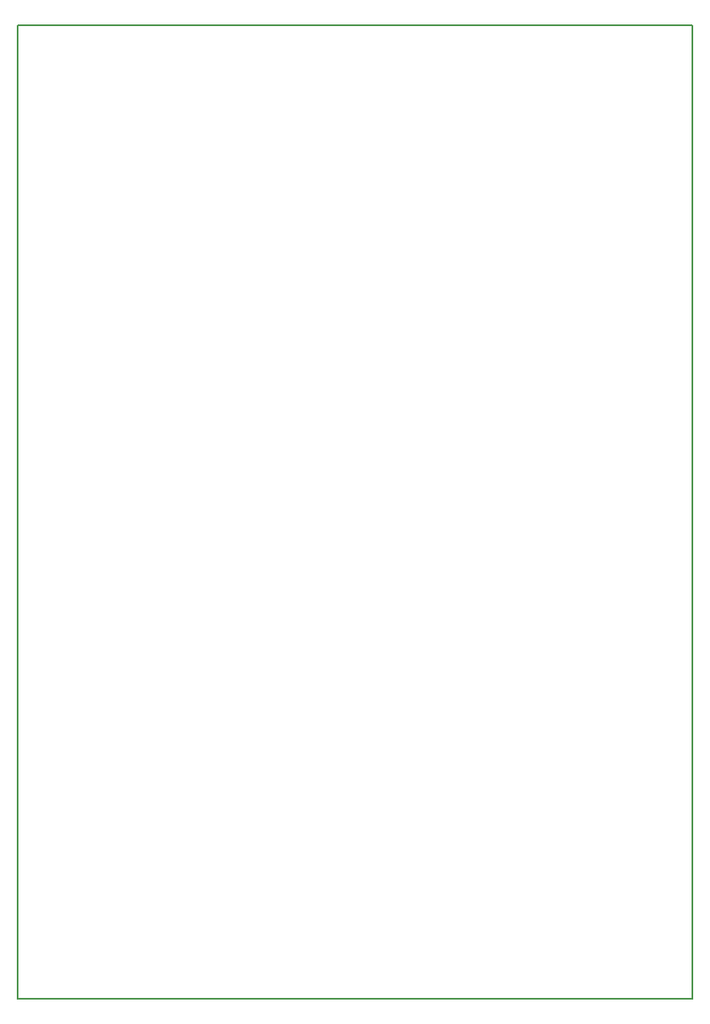
<source format=gbr>
G04 #@! TF.FileFunction,Profile,NP*
%FSLAX46Y46*%
G04 Gerber Fmt 4.6, Leading zero omitted, Abs format (unit mm)*
G04 Created by KiCad (PCBNEW 4.0.6) date 05/19/17 19:34:27*
%MOMM*%
%LPD*%
G01*
G04 APERTURE LIST*
%ADD10C,0.100000*%
%ADD11C,0.150000*%
G04 APERTURE END LIST*
D10*
D11*
X71000000Y-32000000D02*
X139000000Y-32000000D01*
X71000000Y-130000000D02*
X71000000Y-32000000D01*
X139000000Y-130000000D02*
X71000000Y-130000000D01*
X139000000Y-32000000D02*
X139000000Y-130000000D01*
M02*

</source>
